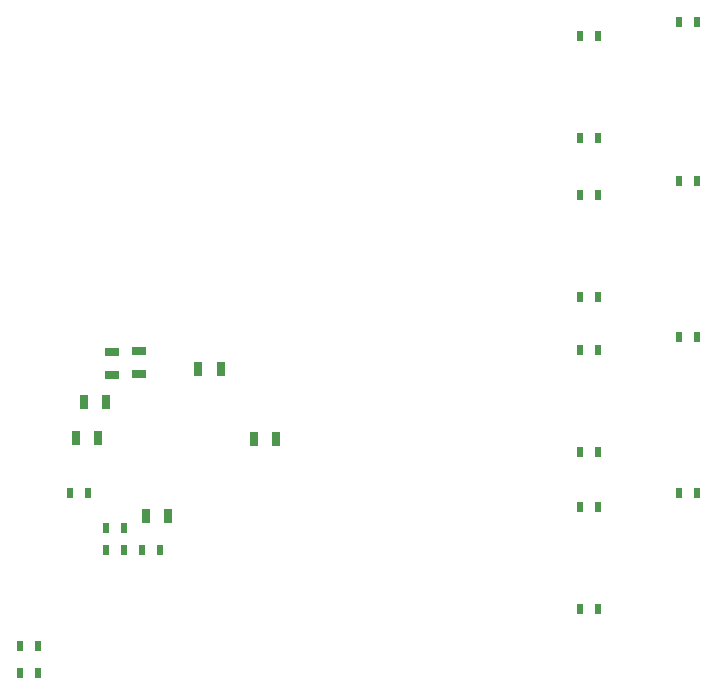
<source format=gbp>
G04*
G04 #@! TF.GenerationSoftware,Altium Limited,Altium Designer,19.1.9 (167)*
G04*
G04 Layer_Color=128*
%FSLAX25Y25*%
%MOIN*%
G70*
G01*
G75*
%ADD20R,0.01968X0.03543*%
%ADD22R,0.02756X0.05118*%
%ADD43R,0.05118X0.02756*%
D20*
X253047Y227500D02*
D03*
X258953D02*
D03*
X253047Y122500D02*
D03*
X258953D02*
D03*
X253047Y70500D02*
D03*
X258953D02*
D03*
X253047Y174500D02*
D03*
X258953D02*
D03*
X33447Y19500D02*
D03*
X39353D02*
D03*
X33347Y10500D02*
D03*
X39253D02*
D03*
X220047Y32000D02*
D03*
X225953D02*
D03*
X220047Y66000D02*
D03*
X225953D02*
D03*
X220047Y223000D02*
D03*
X225953D02*
D03*
X220047Y189000D02*
D03*
X225953D02*
D03*
X220047Y170000D02*
D03*
X225953D02*
D03*
X220047Y136000D02*
D03*
X225953D02*
D03*
X220094Y118047D02*
D03*
X226000D02*
D03*
X220094Y84047D02*
D03*
X226000D02*
D03*
X50047Y70500D02*
D03*
X55953D02*
D03*
X62047Y59000D02*
D03*
X67953D02*
D03*
X62047Y51500D02*
D03*
X67953D02*
D03*
X79953D02*
D03*
X74047D02*
D03*
D22*
X62000Y101000D02*
D03*
X54520D02*
D03*
X100240Y112000D02*
D03*
X92760D02*
D03*
X111260Y88500D02*
D03*
X118740D02*
D03*
X82740Y63000D02*
D03*
X75260D02*
D03*
X59500Y89000D02*
D03*
X52020D02*
D03*
D43*
X73000Y110260D02*
D03*
Y117740D02*
D03*
X64000Y117480D02*
D03*
Y110000D02*
D03*
M02*

</source>
